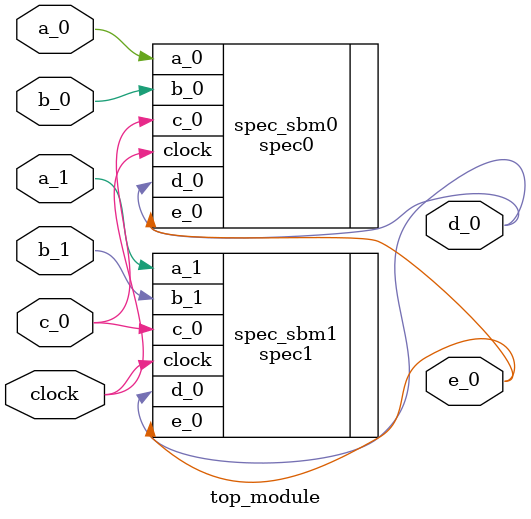
<source format=v>
module top_module(clock,b_1,b_0,a_0,a_1,c_0,d_0,e_0);
input clock,b_1,b_0,a_0,a_1,c_0;
output d_0,e_0;
spec0 spec_sbm0(.clock(clock), .a_0(a_0), .b_0(b_0), .c_0(c_0), .d_0(d_0), .e_0(e_0));
spec1 spec_sbm1(.clock(clock), .a_1(a_1), .b_1(b_1), .c_0(c_0), .e_0(e_0), .d_0(d_0));
endmodule

</source>
